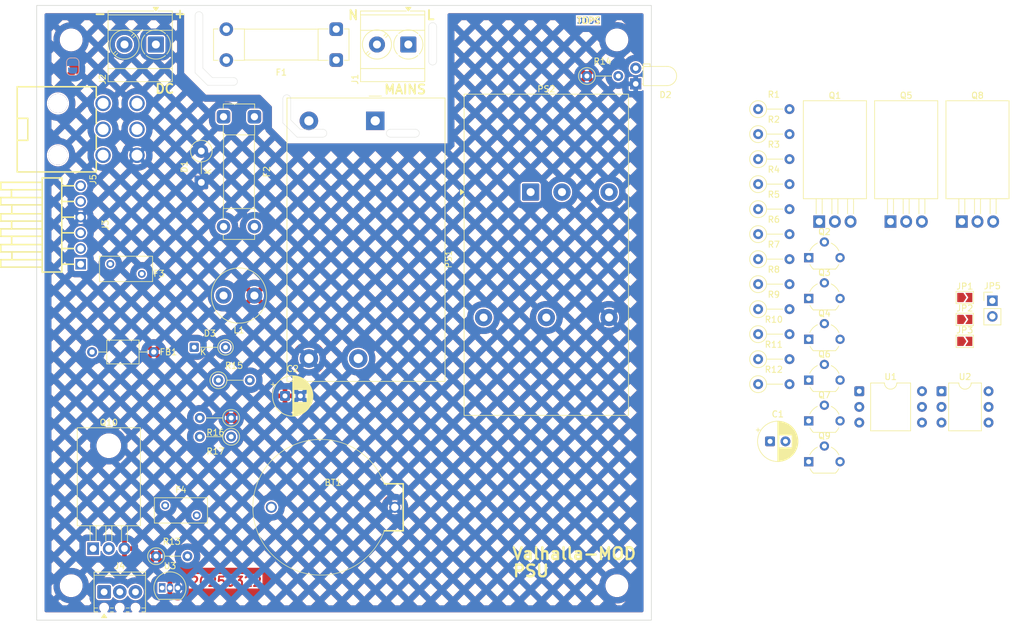
<source format=kicad_pcb>
(kicad_pcb (version 20241229) (generator "pcbnew") (generator_version "9.0")
  (title_block (title "Valhalla MOD PSU") (date "2025-01-06") (rev "1"))
  (layers (0 "F.Cu" signal) (2 "B.Cu" signal) (13 "F.Paste" user) (15 "B.Paste" user) (5 "F.SilkS" user "F.Silkscreen") (7 "B.SilkS" user "B.Silkscreen") (1 "F.Mask" user) (3 "B.Mask" user) (25 "Edge.Cuts" user))
  (net 0 "")
  (net 1 "/DGND")
  (net 2 "Net-(J2-Pin_1)")
  (net 3 "Net-(BT1-+)")
  (net 4 "Net-(D1-A)")
  (net 5 "Net-(D3-A)")
  (net 6 "Net-(JP2-B)")
  (net 7 "Net-(J1-Pin_1)")
  (net 8 "/DVCC")
  (net 9 "Net-(J1-Pin_2)")
  (net 10 "Net-(JP1-A)")
  (net 11 "/~{ILLUMINATION}")
  (net 12 "/AGND")
  (net 13 "/AVCC")
  (net 14 "Net-(D1-K)")
  (net 15 "Net-(F3-Pad1)")
  (net 16 "/LVCC")
  (net 17 "/BVCC")
  (net 18 "Net-(D2-A)")
  (net 19 "Net-(Q10-D)")
  (net 20 "Net-(Q1-G)")
  (net 23 "/BUS_DVCC")
  (net 26 "/PGOOD{slash}~{RESET}")
  (net 27 "/PS_ON{slash}~{OFF}")
  (net 28 "Net-(JP1-B)")
  (net 29 "Net-(JP2-A)")
  (net 30 "Net-(JP3-A)")
  (net 32 "Net-(PS2-Control)")
  (net 33 "Net-(Q2-B)")
  (net 34 "Net-(Q2-C)")
  (net 35 "Net-(Q3-C)")
  (net 36 "Net-(Q3-B)")
  (net 37 "Net-(Q4-B)")
  (net 38 "Net-(Q5-G)")
  (net 39 "Net-(Q7-C)")
  (net 40 "Net-(Q7-B)")
  (net 41 "Net-(Q10-G)")
  (net 42 "Net-(R2-Pad2)")
  (net 43 "Net-(R3-Pad1)")
  (net 44 "Net-(R4-Pad2)")
  (net 45 "Net-(R6-Pad1)")
  (footprint "Jumper:SolderJumper-2_P1.3mm_Open_TrianglePad1.0x1.5mm" (layer "F.Cu") (at 175.728 72.704)
    (property "Reference" "JP1" (at 0 -1.8 0) (layer "F.SilkS"))
    (property "Value" "~{REMOTE}")
    (pad "1" smd custom (at -0.725 0) (size 0.3 0.3) (layers "F.Cu" "F.Mask") (net 10 "Net-(JP1-A)") (options (clearance outline) (anchor rect)) (primitives (gr_poly (pts (xy 1 0) (xy 0.5 0.75) (xy -0.5 0.75) (xy -0.5 -0.75) (xy 0.5 -0.75)) (width 0) (fill yes))))
    (pad "2" smd custom (at 0.725 0) (size 0.3 0.3) (layers "F.Cu" "F.Mask") (net 28 "Net-(JP1-B)") (options (clearance outline) (anchor rect)) (primitives (gr_poly (pts (xy 0.5 0.75) (xy -0.65 0.75) (xy -0.15 0) (xy -0.65 -0.75) (xy 0.5 -0.75)) (width 0) (fill yes))))
  )
  (footprint "PCM_EasyEDA:Molex_KK-254_A-7478-06A_1x06_P2.54mm_Horizontal" (layer "F.Cu") (at 32.5235 60.96 -90)
    (property "Reference" "J3" (at 0 -4 90) (layer "F.SilkS"))
    (property "Value" "BUS")
    (pad "1" thru_hole rect (at 6.35 0 90) (size 1.7 1.7) (drill 1.100023) (layers "*.Cu" "*.Mask"))
    (pad "2" thru_hole circle (at 3.81 0 90) (size 1.7 1.7) (drill 1.100023) (layers "*.Cu" "*.Mask") (net 23 "/BUS_DVCC"))
    (pad "3" thru_hole circle (at 1.27 0 90) (size 1.7 1.7) (drill 1.100023) (layers "*.Cu" "*.Mask"))
    (pad "4" thru_hole circle (at -1.27 0 90) (size 1.7 1.7) (drill 1.100023) (layers "*.Cu" "*.Mask") (net 1 "/DGND"))
    (pad "5" thru_hole circle (at -3.81 0 90) (size 1.7 1.7) (drill 1.100023) (layers "*.Cu" "*.Mask"))
    (pad "6" thru_hole circle (at -6.35 0 90) (size 1.7 1.7) (drill 1.100023) (layers "*.Cu" "*.Mask"))
  )
  (footprint "Package_DIP:DIP-6_W7.62mm" (layer "F.Cu") (at 171.958 87.884)
    (property "Reference" "U2" (at 3.81 -2.33 0) (layer "F.SilkS"))
    (property "Value" "4N35")
    (pad "1" thru_hole roundrect (at 0 0) (size 1.6 1.6) (drill 0.8) (layers "*.Cu" "*.Mask") (roundrect_rratio 0.15625) (net 45 "Net-(R6-Pad1)"))
    (pad "2" thru_hole circle (at 0 2.54) (size 1.6 1.6) (drill 0.8) (layers "*.Cu" "*.Mask") (net 1 "/DGND"))
    (pad "3" thru_hole circle (at 0 5.08) (size 1.6 1.6) (drill 0.8) (layers "*.Cu" "*.Mask"))
    (pad "4" thru_hole circle (at 7.62 5.08) (size 1.6 1.6) (drill 0.8) (layers "*.Cu" "*.Mask") (net 4 "Net-(D1-A)"))
    (pad "5" thru_hole circle (at 7.62 2.54) (size 1.6 1.6) (drill 0.8) (layers "*.Cu" "*.Mask") (net 32 "Net-(PS2-Control)"))
    (pad "6" thru_hole circle (at 7.62 0) (size 1.6 1.6) (drill 0.8) (layers "*.Cu" "*.Mask") (net 44 "Net-(R4-Pad2)"))
  )
  (footprint "Resistor_THT:R_Axial_DIN0207_L6.3mm_D2.5mm_P5.08mm_Vertical" (layer "F.Cu") (at 44.744 114.608)
    (property "Reference" "R13" (at 2.54 -2.37 0) (layer "F.SilkS"))
    (property "Value" "10K")
    (pad "1" thru_hole circle (at 0 0) (size 1.6 1.6) (drill 0.8) (layers "*.Cu" "*.Mask") (net 6 "Net-(JP2-B)"))
    (pad "2" thru_hole circle (at 5.08 0) (size 1.6 1.6) (drill 0.8) (layers "*.Cu" "*.Mask") (net 26 "/PGOOD{slash}~{RESET}"))
  )
  (footprint "Resistor_THT:R_Axial_DIN0207_L6.3mm_D2.5mm_P5.08mm_Vertical" (layer "F.Cu") (at 142.258 82.694)
    (property "Reference" "R11" (at 2.54 -2.37 0) (layer "F.SilkS"))
    (property "Value" "10K")
    (pad "1" thru_hole circle (at 0 0) (size 1.6 1.6) (drill 0.8) (layers "*.Cu" "*.Mask") (net 1 "/DGND"))
    (pad "2" thru_hole circle (at 5.08 0) (size 1.6 1.6) (drill 0.8) (layers "*.Cu" "*.Mask") (net 39 "Net-(Q7-C)"))
  )
  (footprint "MountingHole:MountingHole_3.2mm_M3_ISO7380" (layer "F.Cu") (at 30.988 30.98)
    (property "Reference" "H1" (hide yes))
    (property "Value" "BUS")
    (pad "" np_thru_hole circle (at 0 0) (size 3.2 3.2) (drill 3.2) (layers "*.Cu" "*.Mask"))
  )
  (footprint "Fuse:Fuseholder_Clip-5x20mm_Bel_FC-203-22_Lateral_P17.80x5.00mm_D1.17mm_Horizontal" (layer "F.Cu") (at 73.918 34.242 180)
    (property "Reference" "F1" (at 8.9 -2 180) (layer "F.SilkS"))
    (property "Value" "T2AL 250V")
    (pad "1" thru_hole roundrect (at 0 0 180) (size 2.2 2.2) (drill 1.17) (layers "*.Cu" "*.Mask") (net 9 "Net-(J1-Pin_2)"))
    (pad "1" thru_hole roundrect (at 0 5 180) (size 2.2 2.2) (drill 1.17) (layers "*.Cu" "*.Mask") (net 9 "Net-(J1-Pin_2)"))
    (pad "2" thru_hole circle (at 17.8 0 180) (size 2.2 2.2) (drill 1.17) (layers "*.Cu" "*.Mask") (net 10 "Net-(JP1-A)"))
    (pad "2" thru_hole circle (at 17.8 5 180) (size 2.2 2.2) (drill 1.17) (layers "*.Cu" "*.Mask") (net 10 "Net-(JP1-A)"))
  )
  (footprint "Connector_PinHeader_2.54mm:PinHeader_1x02_P2.54mm_Vertical" (layer "F.Cu") (at 180.198 73.224)
    (property "Reference" "JP5" (at 0 -2.38 0) (layer "F.SilkS"))
    (property "Value" "ILLUMINATION")
    (pad "1" thru_hole rect (at 0 0) (size 1.7 1.7) (drill 1) (layers "*.Cu" "*.Mask") (net 11 "/~{ILLUMINATION}"))
    (pad "2" thru_hole circle (at 0 2.54) (size 1.7 1.7) (drill 1) (layers "*.Cu" "*.Mask") (net 1 "/DGND"))
  )
  (footprint "TerminalBlock_Phoenix:TerminalBlock_Phoenix_MPT-0,5-3-2.54_1x03_P2.54mm_Horizontal" (layer "F.Cu") (at 36.322 120.396)
    (property "Reference" "J4" (at 2.54 -4.22 0) (layer "F.SilkS"))
    (property "Value" "GPIO")
    (pad "" np_thru_hole circle (at 0 2.54) (size 1.1 1.1) (drill 1.1) (layers "*.Cu" "*.Mask"))
    (pad "" np_thru_hole circle (at 2.54 2.54) (size 1.1 1.1) (drill 1.1) (layers "*.Cu" "*.Mask"))
    (pad "" np_thru_hole circle (at 5.08 2.54) (size 1.1 1.1) (drill 1.1) (layers "*.Cu" "*.Mask"))
    (pad "1" thru_hole roundrect (at 0 0) (size 2.2 2.2) (drill 1.1) (layers "*.Cu" "*.Mask") (roundrect_rratio 0.113636) (net 26 "/PGOOD{slash}~{RESET}"))
    (pad "2" thru_hole circle (at 2.54 0) (size 2.2 2.2) (drill 1.1) (layers "*.Cu" "*.Mask") (net 11 "/~{ILLUMINATION}"))
    (pad "3" thru_hole circle (at 5.08 0) (size 2.2 2.2) (drill 1.1) (layers "*.Cu" "*.Mask") (net 27 "/PS_ON{slash}~{OFF}"))
  )
  (footprint "Package_TO_SOT_THT:TO-92_Wide" (layer "F.Cu") (at 150.448 72.864)
    (property "Reference" "Q3" (at 2.55 -4.19 0) (layer "F.SilkS"))
    (property "Value" "2N3906")
    (pad "1" thru_hole rect (at 0 0) (size 1.5 1.5) (drill 0.8) (layers "*.Cu" "*.Mask") (net 23 "/BUS_DVCC"))
    (pad "2" thru_hole circle (at 2.54 -2.54) (size 1.5 1.5) (drill 0.8) (layers "*.Cu" "*.Mask") (net 36 "Net-(Q3-B)"))
    (pad "3" thru_hole circle (at 5.08 0) (size 1.5 1.5) (drill 0.8) (layers "*.Cu" "*.Mask") (net 35 "Net-(Q3-C)"))
  )
  (footprint "Diode_THT:D_DO-41_SOD81_P5.08mm_Vertical_KathodeUp" (layer "F.Cu") (at 52.07 54.065817 90)
    (property "Reference" "D1" (at 2.54 -2.750635 90) (layer "F.SilkS"))
    (property "Value" "36V")
    (fp_text user "K" (at 1.8 1.1 90) (layer "F.SilkS"))
    (pad "1" thru_hole roundrect (at 0 0 90) (size 2.2 2.2) (drill 1.1) (layers "*.Cu" "*.Mask") (roundrect_rratio 0.113636) (net 14 "Net-(D1-K)"))
    (pad "2" thru_hole circle (at 5.08 0 90) (size 2.2 2.2) (drill 1.1) (layers "*.Cu" "*.Mask") (net 4 "Net-(D1-A)"))
  )
  (footprint "Converter_ACDC:Converter_ACDC_MeanWell_IRM-05-xx_THT" (layer "F.Cu") (at 80.24 44.0885 -90)
    (property "Reference" "PS1" (at 22.42 -11.88 90) (layer "F.SilkS"))
    (property "Value" "IRM-05/10-5")
    (pad "1" thru_hole rect (at 0 0 270) (size 3 3) (drill 1.5) (layers "*.Cu" "*.Mask") (net 7 "Net-(J1-Pin_1)"))
    (pad "2" thru_hole circle (at 0 10.75 270) (size 3 3) (drill 1.5) (layers "*.Cu" "*.Mask") (net 28 "Net-(JP1-B)"))
    (pad "3" thru_hole circle (at 38.5 10.75 270) (size 3 3) (drill 1.5) (layers "*.Cu" "*.Mask") (net 1 "/DGND"))
    (pad "4" thru_hole circle (at 38.5 2.75 270) (size 3 3) (drill 1.5) (layers "*.Cu" "*.Mask") (net 29 "Net-(JP2-A)"))
  )
  (footprint "MountingHole:MountingHole_3.2mm_M3_ISO7380" (layer "F.Cu") (at 119.38 119.38)
    (property "Reference" "H4" (hide yes))
    (property "Value" "UI")
    (pad "" np_thru_hole circle (at 0 0) (size 3.2 3.2) (drill 3.2) (layers "*.Cu" "*.Mask"))
  )
  (footprint "Resistor_THT:R_Axial_DIN0207_L6.3mm_D2.5mm_P5.08mm_Vertical" (layer "F.Cu") (at 142.258 70.544)
    (property "Reference" "R8" (at 2.54 -2.37 0) (layer "F.SilkS"))
    (property "Value" "4K7")
    (pad "1" thru_hole circle (at 0 0) (size 1.6 1.6) (drill 0.8) (layers "*.Cu" "*.Mask") (net 36 "Net-(Q3-B)"))
    (pad "2" thru_hole circle (at 5.08 0) (size 1.6 1.6) (drill 0.8) (layers "*.Cu" "*.Mask") (net 27 "/PS_ON{slash}~{OFF}"))
  )
  (footprint "TerminalBlock_Phoenix:TerminalBlock_Phoenix_MKDS-3-2-5.08_1x02_P5.08mm_Horizontal" (layer "F.Cu") (at 44.704 31.7246 180)
    (property "Reference" "J2" (at 8.636 -5.634 90) (layer "F.SilkS"))
    (property "Value" "DC")
    (pad "1" thru_hole roundrect (at 0 0 180) (size 2.6 2.6) (drill 1.3) (layers "*.Cu" "*.Mask") (roundrect_rratio 0.096154) (net 2 "Net-(J2-Pin_1)"))
    (pad "2" thru_hole circle (at 5.08 0 180) (size 2.6 2.6) (drill 1.3) (layers "*.Cu" "*.Mask") (net 4 "Net-(D1-A)"))
  )
  (footprint "Capacitor_THT:CP_Radial_D6.3mm_P2.50mm" (layer "F.Cu") (at 65.619621 88.646)
    (property "Reference" "C2" (at 1.25 -4.4 0) (layer "F.SilkS"))
    (property "Value" "220uF/16V")
    (pad "1" thru_hole roundrect (at 0 0) (size 1.6 1.6) (drill 0.8) (layers "*.Cu" "*.Mask") (roundrect_rratio 0.15625) (net 6 "Net-(JP2-B)"))
    (pad "2" thru_hole circle (at 2.5 0) (size 1.6 1.6) (drill 0.8) (layers "*.Cu" "*.Mask") (net 1 "/DGND"))
  )
  (footprint "Resistor_THT:R_Axial_DIN0207_L6.3mm_D2.5mm_P5.08mm_Vertical" (layer "F.Cu") (at 142.258 66.494)
    (property "Reference" "R7" (at 2.54 -2.37 0) (layer "F.SilkS"))
    (property "Value" "10K")
    (pad "1" thru_hole circle (at 0 0) (size 1.6 1.6) (drill 0.8) (layers "*.Cu" "*.Mask") (net 37 "Net-(Q4-B)"))
    (pad "2" thru_hole circle (at 5.08 0) (size 1.6 1.6) (drill 0.8) (layers "*.Cu" "*.Mask") (net 1 "/DGND"))
  )
  (footprint "Diode_THT:D_DO-34_SOD68_P5.08mm_Vertical_KathodeUp" (layer "F.Cu") (at 50.90867 80.772)
    (property "Reference" "D3" (at 2.54 -2.25566 0) (layer "F.SilkS"))
    (property "Value" "BAT43")
    (fp_text user "K" (at 1.45 0.75 0) (layer "F.SilkS"))
    (pad "1" thru_hole roundrect (at 0 0) (size 1.5 1.5) (drill 0.75) (layers "*.Cu" "*.Mask") (roundrect_rratio 0.166667) (net 17 "/BVCC"))
    (pad "2" thru_hole circle (at 5.08 0) (size 1.5 1.5) (drill 0.75) (layers "*.Cu" "*.Mask") (net 5 "Net-(D3-A)"))
  )
  (footprint "PCM_EasyEDA:CONN-TN_39301060" (layer "F.Cu") (at 38.8995 45.466 -90)
    (property "Reference" "J5" (at 8.128 4.3555 90) (layer "F.SilkS"))
    (property "Value" "POWER")
    (pad "" thru_hole circle (at -4.2 10.05 270) (size 3.1 3.1) (drill 3.1) (layers "*.Cu" "*.Mask"))
    (pad "" thru_hole circle (at 4.2 10.05 270) (size 3.1 3.1) (drill 3.1) (layers "*.Cu" "*.Mask"))
    (pad "1" thru_hole circle (at 4.2 2.75 270) (size 2.5 2.5) (drill 1.799996) (layers "*.Cu" "*.Mask") (net 16 "/LVCC"))
    (pad "2" thru_hole circle (at 0 2.75 270) (size 2.5 2.5) (drill 1.799996) (layers "*.Cu" "*.Mask") (net 8 "/DVCC"))
    (pad "3" thru_hole circle (at -4.2 2.75 270) (size 2.5 2.5) (drill 1.799996) (layers "*.Cu" "*.Mask") (net 13 "/AVCC"))
    (pad "4" thru_hole circle (at 4.2 -2.75 270) (size 2.5 2.5) (drill 1.799996) (layers "*.Cu" "*.Mask") (net 1 "/DGND"))
    (pad "5" thru_hole circle (at 0 -2.75 270) (size 2.5 2.5) (drill 1.799996) (layers "*.Cu" "*.Mask") (net 17 "/BVCC"))
    (pad "6" thru_hole circle (at -4.2 -2.75 270) (size 2.5 2.5) (drill 1.799996) (layers "*.Cu" "*.Mask") (net 12 "/AGND"))
  )
  (footprint "Jumper:SolderJumper-2_P1.3mm_Open_TrianglePad1.0x1.5mm" (layer "F.Cu") (at 175.728 79.804)
    (property "Reference" "JP3" (at 0 -1.8 0) (layer "F.SilkS"))
    (property "Value" "SINGLE")
    (pad "1" smd custom (at -0.725 0) (size 0.3 0.3) (layers "F.Cu" "F.Mask") (net 30 "Net-(JP3-A)") (options (clearance outline) (anchor rect)) (primitives (gr_poly (pts (xy 1 0) (xy 0.5 0.75) (xy -0.5 0.75) (xy -0.5 -0.75) (xy 0.5 -0.75)) (width 0) (fill yes))))
    (pad "2" smd custom (at 0.725 0) (size 0.3 0.3) (layers "F.Cu" "F.Mask") (net 6 "Net-(JP2-B)") (options (clearance outline) (anchor rect)) (primitives (gr_poly (pts (xy 0.5 0.75) (xy -0.65 0.75) (xy -0.15 0) (xy -0.65 -0.75) (xy 0.5 -0.75)) (width 0) (fill yes))))
  )
  (footprint "Package_TO_SOT_THT:TO-92_Inline" (layer "F.Cu") (at 45.72 119.74)
    (property "Reference" "U3" (at 1.27 -3.56 0) (layer "F.SilkS"))
    (property "Value" "MCP111-450E/TO")
    (pad "1" thru_hole rect (at 0 0) (size 1.05 1.5) (drill 0.75) (layers "*.Cu" "*.Mask") (net 26 "/PGOOD{slash}~{RESET}"))
    (pad "2" thru_hole oval (at 1.27 0) (size 1.05 1.5) (drill 0.75) (layers "*.Cu" "*.Mask") (net 6 "Net-(JP2-B)"))
    (pad "3" thru_hole oval (at 2.54 0) (size 1.05 1.5) (drill 0.75) (layers "*.Cu" "*.Mask") (net 1 "/DGND"))
  )
  (footprint "Inductor_THT:L_Radial_D8.7mm_P5.00mm_Fastron_07HCP" (layer "F.Cu") (at 60.666 72.39 180)
    (property "Reference" "L1" (at 2.5 -5.6 180) (layer "F.SilkS"))
    (property "Value" "10uH")
    (pad "1" thru_hole circle (at 0 0 180) (size 2.6 2.6) (drill 1.3) (layers "*.Cu" "*.Mask") (net 6 "Net-(JP2-B)"))
    (pad "2" thru_hole circle (at 5 0 180) (size 2.6 2.6) (drill 1.3) (layers "*.Cu" "*.Mask") (net 15 "Net-(F3-Pad1)"))
  )
  (footprint "Fuse:Fuseholder_Clip-5x20mm_Bel_FC-203-22_Lateral_P17.80x5.00mm_D1.17mm_Horizontal" (layer "F.Cu") (at 60.666 43.424 -90)
    (property "Reference" "F2" (at 8.9 -2 90) (layer "F.SilkS"))
    (property "Value" "T2AL 250V")
    (pad "1" thru_hole roundrect (at 0 0 270) (size 2.2 2.2) (drill 1.17) (layers "*.Cu" "*.Mask") (net 2 "Net-(J2-Pin_1)"))
    (pad "1" thru_hole roundrect (at 0 5 270) (size 2.2 2.2) (drill 1.17) (layers "*.Cu" "*.Mask") (net 2 "Net-(J2-Pin_1)"))
    (pad "2" thru_hole circle (at 17.8 0 270) (size 2.2 2.2) (drill 1.17) (layers "*.Cu" "*.Mask") (net 14 "Net-(D1-K)"))
    (pad "2" thru_hole circle (at 17.8 5 270) (size 2.2 2.2) (drill 1.17) (layers "*.Cu" "*.Mask") (net 14 "Net-(D1-K)"))
  )
  (footprint "Resistor_THT:R_Axial_DIN0207_L6.3mm_D2.5mm_P5.08mm_Vertical" (layer "F.Cu") (at 142.258 46.244)
    (property "Reference" "R2" (at 2.54 -2.37 0) (layer "F.SilkS"))
    (property "Value" "360R")
    (pad "1" thru_hole circle (at 0 0) (size 1.6 1.6) (drill 0.8) (layers "*.Cu" "*.Mask") (net 28 "Net-(JP1-B)"))
    (pad "2" thru_hole circle (at 5.08 0) (size 1.6 1.6) (drill 0.8) (layers "*.Cu" "*.Mask") (net 42 "Net-(R2-Pad2)"))
  )
  (footprint "TerminalBlock_Phoenix:TerminalBlock_Phoenix_MKDS-3-2-5.08_1x02_P5.08mm_Horizontal" (layer "F.Cu") (at 85.598 31.7246 180)
    (property "Reference" "J1" (at 8.636 -5.634 90) (layer "F.SilkS"))
    (property "Value" "MAINS")
    (pad "1" thru_hole roundrect (at 0 0 180) (size 2.6 2.6) (drill 1.3) (layers "*.Cu" "*.Mask") (roundrect_rratio 0.096154) (net 7 "Net-(J1-Pin_1)"))
    (pad "2" thru_hole circle (at 5.08 0 180) (size 2.6 2.6) (drill 1.3) (layers "*.Cu" "*.Mask") (net 9 "Net-(J1-Pin_2)"))
  )
  (footprint "Resistor_THT:R_Axial_DIN0207_L6.3mm_D2.5mm_P5.08mm_Vertical" (layer "F.Cu") (at 142.258 50.294)
    (property "Reference" "R3" (at 2.54 -2.37 0) (layer "F.SilkS"))
    (property "Value" "820R")
    (pad "1" thru_hole circle (at 0 0) (size 1.6 1.6) (drill 0.8) (layers "*.Cu" "*.Mask") (net 43 "Net-(R3-Pad1)"))
    (pad "2" thru_hole circle (at 5.08 0) (size 1.6 1.6) (drill 0.8) (layers "*.Cu" "*.Mask") (net 23 "/BUS_DVCC"))
  )
  (footprint "MountingHole:MountingHole_3.2mm_M3_ISO7380" (layer "F.Cu") (at 119.38 30.98)
    (property "Reference" "H3" (hide yes))
    (property "Value" "UI")
    (pad "" np_thru_hole circle (at 0 0) (size 3.2 3.2) (drill 3.2) (layers "*.Cu" "*.Mask"))
  )
  (footprint "Package_TO_SOT_THT:TO-220-3_Horizontal_TabDown" (layer "F.Cu") (at 163.698 60.404)
    (property "Reference" "Q5" (at 2.54 -20.41 0) (layer "F.SilkS"))
    (property "Value" "SUP90P06-09L")
    (pad "" np_thru_hole circle (at 2.54 -16.66) (size 3.5 3.5) (drill 3.5) (layers "*.Cu" "*.Mask"))
    (pad "1" thru_hole rect (at 0 0) (size 1.905 2) (drill 1.1) (layers "*.Cu" "*.Mask") (net 38 "Net-(Q5-G)"))
    (pad "2" thru_hole oval (at 2.54 0) (size 1.905 2) (drill 1.1) (layers "*.Cu" "*.Mask") (net 6 "Net-(JP2-B)"))
    (pad "3" thru_hole oval (at 5.08 0) (size 1.905 2) (drill 1.1) (layers "*.Cu" "*.Mask") (net 29 "Net-(JP2-A)"))
  )
  (footprint "Resistor_THT:R_Axial_DIN0207_L6.3mm_D2.5mm_P5.08mm_Vertical" (layer "F.Cu") (at 56.896 95.25 180)
    (property "Reference" "R17" (at 2.54 -2.37 180) (layer "F.SilkS"))
    (property "Value" "470R")
    (pad "1" thru_hole circle (at 0 0 180) (size 1.6 1.6) (drill 0.8) (layers "*.Cu" "*.Mask") (net 41 "Net-(Q10-G)"))
    (pad "2" thru_hole circle (at 5.08 0 180) (size 1.6 1.6) (drill 0.8) (layers "*.Cu" "*.Mask") (net 11 "/~{ILLUMINATION}"))
  )
  (footprint "Fuse:Fuse_BelFuse_0ZRE0005FF_L8.3mm_W3.8mm" (layer "F.Cu") (at 46.218 106.388)
    (property "Reference" "F4" (at 2.54 -2.54 0) (layer "F.SilkS"))
    (property "Value" "500mA")
    (pad "1" thru_hole circle (at 0 0) (size 1.27 1.27) (drill 0.71) (layers "*.Cu" "*.Mask") (net 19 "Net-(Q10-D)"))
    (pad "2" thru_hole circle (at 5.1 1.6) (size 1.27 1.27) (drill 0.71) (layers "*.Cu" "*.Mask") (net 16 "/LVCC"))
  )
  (footprint "PCM_EasyEDA:BAT-TH_BS-02-A1AJ010" (layer "F.Cu") (at 73.406 106.68)
    (property "Reference" "BT1" (at 0 -4 0) (layer "F.SilkS"))
    (property "Value" "CR2032")
    (pad "1" thru_hole circle (at -10 0) (size 1.8 1.8) (drill 1.199998) (layers "*.Cu" "*.Mask") (net 3 "Net-(BT1-+)"))
    (pad "2" thru_hole circle (at 10 0) (size 1.8 1.8) (drill 1.199998) (layers "*.Cu" "*.Mask") (net 1 "/DGND"))
  )
  (footprint "MountingHole:MountingHole_3.2mm_M3_ISO7380" (layer "F.Cu") (at 30.988 119.38)
    (property "Reference" "H2" (hide yes))
    (property "Value" "BUS")
    (pad "" np_thru_hole circle (at 0 0) (size 3.2 3.2) (drill 3.2) (layers "*.Cu" "*.Mask"))
  )
  (footprint "Package_TO_SOT_THT:TO-92_Wide" (layer "F.Cu") (at 150.448 79.474)
    (property "Reference" "Q4" (at 2.55 -4.19 0) (layer "F.SilkS"))
    (property "Value" "2N3906")
    (pad "1" thru_hole rect (at 0 0) (size 1.5 1.5) (drill 0.8) (layers "*.Cu" "*.Mask") (net 29 "Net-(JP2-A)"))
    (pad "2" thru_hole circle (at 2.54 -2.54) (size 1.5 1.5) (drill 0.8) (layers "*.Cu" "*.Mask") (net 37 "Net-(Q4-B)"))
    (pad "3" thru_hole circle (at 5.08 0) (size 1.5 1.5) (drill 0.8) (layers "*.Cu" "*.Mask") (net 37 "Net-(Q4-B)"))
  )
  (footprint "Package_TO_SOT_THT:TO-92_Wide" (layer "F.Cu") (at 150.448 66.254)
    (property "Reference" "Q2" (at 2.55 -4.19 0) (layer "F.SilkS"))
    (property "Value" "2N3904")
    (pad "1" thru_hole rect (at 0 0) (size 1.5 1.5) (drill 0.8) (layers "*.Cu" "*.Mask") (net 1 "/DGND"))
    (pad "2" thru_hole circle (at 2.54 -2.54) (size 1.5 1.5) (drill 0.8) (layers "*.Cu" "*.Mask") (net 33 "Net-(Q2-B)"))
    (pad "3" thru_hole circle (at 5.08 0) (size 1.5 1.5) (drill 0.8) (layers "*.Cu" "*.Mask") (net 34 "Net-(Q2-C)"))
  )
  (footprint "Resistor_THT:R_Axial_DIN0207_L6.3mm_D2.5mm_P5.08mm_Vertical" (layer "F.Cu") (at 56.896 92.202 180)
    (property "Reference" "R16" (at 2.54 -2.37 180) (layer "F.SilkS"))
    (property "Value" "10K")
    (pad "1" thru_hole circle (at 0 0 180) (size 1.6 1.6) (drill 0.8) (layers "*.Cu" "*.Mask") (net 6 "Net-(JP2-B)"))
    (pad "2" thru_hole circle (at 5.08 0 180) (size 1.6 1.6) (drill 0.8) (layers "*.Cu" "*.Mask") (net 41 "Net-(Q10-G)"))
  )
  (footprint "Package_TO_SOT_THT:TO-92_Wide" (layer "F.Cu") (at 150.448 99.304)
    (property "Reference" "Q9" (at 2.55 -4.19 0) (layer "F.SilkS"))
    (property "Value" "2N3906")
    (pad "1" thru_hole rect (at 0 0) (size 1.5 1.5) (drill 0.8) (layers "*.Cu" "*.Mask") (net 6 "Net-(JP2-B)"))
    (pad "2" thru_hole circle (at 2.54 -2.54) (size 1.5 1.5) (drill 0.8) (layers "*.Cu" "*.Mask") (net 40 "Net-(Q7-B)"))
    (pad "3" thru_hole circle (at 5.08 0) (size 1.5 1.5) (drill 0.8) (layers "*.Cu" "*.Mask") (net 40 "Net-(Q7-B)"))
  )
  (footprint "Package_TO_SOT_THT:TO-92_Wide" (layer "F.Cu") (at 150.448 86.084)
    (property "Reference" "Q6" (at 2.55 -4.19 0) (layer "F.SilkS"))
    (property "Value" "2N3906")
    (pad "1" thru_hole rect (at 0 0) (size 1.5 1.5) (drill 0.8) (layers "*.Cu" "*.Mask") (net 6 "Net-(JP2-B)"))
    (pad "2" thru_hole circle (at 2.54 -2.54) (size 1.5 1.5) (drill 0.8) (layers "*.Cu" "*.Mask") (net 37 "Net-(Q4-B)"))
    (pad "3" thru_hole circle (at 5.08 0) (size 1.5 1.5) (drill 0.8) (layers "*.Cu" "*.Mask") (net 38 "Net-(Q5-G)"))
  )
  (footprint "Package_TO_SOT_THT:TO-92_Wide" (layer "F.Cu") (at 150.448 92.694)
    (property "Reference" "Q7" (at 2.55 -4.19 0) (layer "F.SilkS"))
    (property "Value" "2N3906")
    (pad "1" thru_hole rect (at 0 0) (size 1.5 1.5) (drill 0.8) (layers "*.Cu" "*.Mask") (net 30 "Net-(JP3-A)"))
    (pad "2" thru_hole circle (at 2.54 -2.54) (size 1.5 1.5) (drill 0.8) (layers "*.Cu" "*.Mask") (net 40 "Net-(Q7-B)"))
    (pad "3" thru_hole circle (at 5.08 0) (size 1.5 1.5) (drill 0.8) (layers "*.Cu" "*.Mask") (net 39 "Net-(Q7-C)"))
  )
  (footprint "Resistor_THT:R_Axial_DIN0207_L6.3mm_D2.5mm_P5.08mm_Vertical" (layer "F.Cu") (at 142.258 62.444)
    (property "Reference" "R6" (at 2.54 -2.37 0) (layer "F.SilkS"))
    (property "Value" "750R")
    (pad "1" thru_hole circle (at 0 0) (size 1.6 1.6) (drill 0.8) (layers "*.Cu" "*.Mask") (net 45 "Net-(R6-Pad1)"))
    (pad "2" thru_hole circle (at 5.08 0) (size 1.6 1.6) (drill 0.8) (layers "*.Cu" "*.Mask") (net 35 "Net-(Q3-C)"))
  )
  (footprint "Resistor_THT:R_Axial_DIN0207_L6.3mm_D2.5mm_P5.08mm_Vertical" (layer "F.Cu") (at 142.258 74.594)
    (property "Reference" "R9" (at 2.54 -2.37 0) (layer "F.SilkS"))
    (property "Value" "10K")
    (pad "1" thru_hole circle (at 0 0) (size 1.6 1.6) (drill 0.8) (layers "*.Cu" "*.Mask") (net 23 "/BUS_DVCC"))
    (pad "2" thru_hole circle (at 5.08 0) (size 1.6 1.6) (drill 0.8) (layers "*.Cu" "*.Mask") (net 27 "/PS_ON{slash}~{OFF}"))
  )
  (footprint "Resistor_THT:R_Axial_DIN0207_L6.3mm_D2.5mm_P5.08mm_Vertical" (layer "F.Cu") (at 142.258 58.394)
    (property "Reference" "R5" (at 2.54 -2.37 0) (layer "F.SilkS"))
    (property "Value" "4K7")
    (pad "1" thru_hole circle (at 0 0) (size 1.6 1.6) (drill 0.8) (layers "*.Cu" "*.Mask") (net 33 "Net-(Q2-B)"))
    (pad "2" thru_hole circle (at 5.08 0) (size 1.6 1.6) (drill 0.8) (layers "*.Cu" "*.Mask") (net 27 "/PS_ON{slash}~{OFF}"))
  )
  (footprint "Resistor_THT:R_Axial_DIN0207_L6.3mm_D2.5mm_P5.08mm_Vertical" (layer "F.Cu") (at 142.258 42.194)
    (property "Reference" "R1" (at 2.54 -2.37 0) (layer "F.SilkS"))
    (property "Value" "360R")
    (pad "1" thru_hole circle (at 0 0) (size 1.6 1.6) (drill 0.8) (layers "*.Cu" "*.Mask") (net 10 "Net-(JP1-A)"))
    (pad "2" thru_hole circle (at 5.08 0) (size 1.6 1.6) (drill 0.8) (layers "*.Cu" "*.Mask") (net 20 "Net-(Q1-G)"))
  )
  (footprint "Package_TO_SOT_THT:TO-220-3_Horizontal_TabDown" (layer "F.Cu") (at 34.544 113.37)
    (property "Reference" "Q10" (at 2.54 -20.41 0) (layer "F.SilkS"))
    (property "Value" "IRF9Z34N")
    (pad "" np_thru_hole circle (at 2.54 -16.66) (size 3.5 3.5) (drill 3.5) (layers "*.Cu" "*.Mask"))
    (pad "1" thru_hole rect (at 0 0) (size 1.905 2) (drill 1.1) (layers "*.Cu" "*.Mask") (net 41 "Net-(Q10-G)"))
    (pad "2" thru_hole oval (at 2.54 0) (size 1.905 2) (drill 1.1) (layers "*.Cu" "*.Mask") (net 19 "Net-(Q10-D)"))
    (pad "3" thru_hole oval (at 5.08 0) (size 1.905 2) (drill 1.1) (layers "*.Cu" "*.Mask") (net 6 "Net-(JP2-B)"))
  )
  (footprint "Jumper:SolderJumper-2_P1.3mm_Open_TrianglePad1.0x1.5mm" (layer "F.Cu") (at 175.728 76.254)
    (property "Reference" "JP2" (at 0 -1.8 0) (layer "F.SilkS"))
    (property "Value" "SINGLE")
    (pad "1" smd custom (at -0.725 0) (size 0.3 0.3) (layers "F.Cu" "F.Mask") (net 29 "Net-(JP2-A)") (options (clearance outline) (anchor rect)) (primitives (gr_poly (pts (xy 1 0) (xy 0.5 0.75) (xy -0.5 0.75) (xy -0.5 -0.75) (xy 0.5 -0.75)) (width 0) (fill yes))))
    (pad "2" smd custom (at 0.725 0) (size 0.3 0.3) (layers "F.Cu" "F.Mask") (net 6 "Net-(JP2-B)") (options (clearance outline) (anchor rect)) (primitives (gr_poly (pts (xy 0.5 0.75) (xy -0.65 0.75) (xy -0.15 0) (xy -0.65 -0.75) (xy 0.5 -0.75)) (width 0) (fill yes))))
  )
  (footprint "Resistor_THT:R_Axial_DIN0207_L6.3mm_D2.5mm_P5.08mm_Vertical" (layer "F.Cu") (at 142.258 78.644)
    (property "Reference" "R10" (at 2.54 -2.37 0) (layer "F.SilkS"))
    (property "Value" "10K")
    (pad "1" thru_hole circle (at 0 0) (size 1.6 1.6) (drill 0.8) (layers "*.Cu" "*.Mask") (net 1 "/DGND"))
    (pad "2" thru_hole circle (at 5.08 0) (size 1.6 1.6) (drill 0.8) (layers "*.Cu" "*.Mask") (net 38 "Net-(Q5-G)"))
  )
  (footprint "Resistor_THT:R_Axial_DIN0207_L6.3mm_D2.5mm_P5.08mm_Vertical" (layer "F.Cu") (at 114.525 36.83)
    (property "Reference" "R14" (at 2.54 -2.37 0) (layer "F.SilkS"))
    (property "Value" "820R")
    (pad "1" thru_hole circle (at 0 0) (size 1.6 1.6) (drill 0.8) (layers "*.Cu" "*.Mask") (net 6 "Net-(JP2-B)"))
    (pad "2" thru_hole circle (at 5.08 0) (size 1.6 1.6) (drill 0.8) (layers "*.Cu" "*.Mask") (net 18 "Net-(D2-A)"))
  )
  (footprint "Resistor_THT:R_Axial_DIN0207_L6.3mm_D2.5mm_P5.08mm_Vertical" (layer "F.Cu") (at 54.835 86.106)
    (property "Reference" "R15" (at 2.54 -2.37 0) (layer "F.SilkS"))
    (property "Value" "200R")
    (pad "1" thru_hole circle (at 0 0) (size 1.6 1.6) (drill 0.8) (layers "*.Cu" "*.Mask") (net 5 "Net-(D3-A)"))
    (pad "2" thru_hole circle (at 5.08 0) (size 1.6 1.6) (drill 0.8) (layers "*.Cu" "*.Mask") (net 3 "Net-(BT1-+)"))
  )
  (footprint "Inductor_THT:L_Axial_L5.0mm_D3.6mm_P10.00mm_Horizontal_Murata_BL01RN1A2A2" (layer "F.Cu") (at 44.37 81.534 180)
    (property "Reference" "FB1" (at -2.366 0 0) (layer "F.SilkS"))
    (property "Value" "2512061217Y0")
    (pad "1" thru_hole circle (at 0 0 180) (size 1.6 1.6) (drill 0.85) (layers "*.Cu" "*.Mask") (net 6 "Net-(JP2-B)"))
    (pad "2" thru_hole oval (at 10 0 180) (size 1.6 1.6) (drill 0.85) (layers "*.Cu" "*.Mask") (net 8 "/DVCC"))
  )
  (footprint "Package_TO_SOT_THT:TO-220-3_Horizontal_TabDown" (layer "F.Cu") (at 152.148 60.404)
    (property "Reference" "Q1" (at 2.54 -20.41 0) (layer "F.SilkS"))
    (property "Value" "BTA08-600CW")
    (pad "" np_thru_hole circle (at 2.54 -16.66) (size 3.5 3.5) (drill 3.5) (layers "*.Cu" "*.Mask"))
    (pad "1" thru_hole rect (at 0 0) (size 1.905 2) (drill 1.1) (layers "*.Cu" "*.Mask") (net 28 "Net-(JP1-B)"))
    (pad "2" thru_hole oval (at 2.54 0) (size 1.905 2) (drill 1.1) (layers "*.Cu" "*.Mask") (net 10 "Net-(JP1-A)"))
    (pad "3" thru_hole oval (at 5.08 0) (size 1.905 2) (drill 1.1) (layers "*.Cu" "*.Mask") (net 20 "Net-(Q1-G)"))
  )
  (footprint "Resistor_THT:R_Axial_DIN0207_L6.3mm_D2.5mm_P5.08mm_Vertical" (layer "F.Cu") (at 142.258 86.744)
    (property "Reference" "R12" (at 2.54 -2.37 0) (layer "F.SilkS"))
    (property "Value" "10K")
    (pad "1" thru_hole circle (at 0 0) (size 1.6 1.6) (drill 0.8) (layers "*.Cu" "*.Mask") (net 40 "Net-(Q7-B)"))
    (pad "2" thru_hole circle (at 5.08 0) (size 1.6 1.6) (drill 0.8) (layers "*.Cu" "*.Mask") (net 1 "/DGND"))
  )
  (footprint "Resistor_THT:R_Axial_DIN0207_L6.3mm_D2.5mm_P5.08mm_Vertical" (layer "F.Cu") (at 142.258 54.344)
    (property "Reference" "R4" (at 2.54 -2.37 0) (layer "F.SilkS"))
    (property "Value" "100K")
    (pad "1" thru_hole circle (at 0 0) (size 1.6 1.6) (drill 0.8) (layers "*.Cu" "*.Mask") (net 4 "Net-(D1-A)"))
    (pad "2" thru_hole circle (at 5.08 0) (size 1.6 1.6) (drill 0.8) (layers "*.Cu" "*.Mask") (net 44 "Net-(R4-Pad2)"))
  )
  (footprint "Capacitor_THT:CP_Radial_D6.3mm_P2.50mm" (layer "F.Cu") (at 144.185621 96.002)
    (property "Reference" "C1" (at 1.25 -4.4 0) (layer "F.SilkS"))
    (property "Value" "220uF/100V")
    (pad "1" thru_hole roundrect (at 0 0) (size 1.6 1.6) (drill 0.8) (layers "*.Cu" "*.Mask") (roundrect_rratio 0.15625) (net 14 "Net-(D1-K)"))
    (pad "2" thru_hole circle (at 2.5 0) (size 1.6 1.6) (drill 0.8) (layers "*.Cu" "*.Mask") (net 4 "Net-(D1-A)"))
  )
  (footprint "LED_THT:LED_D3.0mm_Horizontal_O1.27mm_Z2.0mm" (layer "F.Cu") (at 122.428 38.1 90)
    (property "Reference" "D2" (at -1.778 4.826 180) (layer "F.SilkS"))
    (property "Value" "POWER")
    (pad "1" thru_hole rect (at 0 0 90) (size 1.8 1.8) (drill 0.9) (layers "*.Cu" "*.Mask") (net 1 "/DGND"))
    (pad "2" thru_hole circle (at 2.54 0 90) (size 1.8 1.8) (drill 0.9) (layers "*.Cu" "*.Mask") (net 18 "Net-(D2-A)"))
  )
  (footprint "Package_TO_SOT_THT:TO-220-3_Horizontal_TabDown" (layer "F.Cu") (at 175.248 60.404)
    (property "Reference" "Q8" (at 2.54 -20.41 0) (layer "F.SilkS"))
    (property "Value" "SUP90P06-09L")
    (pad "" np_thru_hole circle (at 2.54 -16.66) (size 3.5 3.5) (drill 3.5) (layers "*.Cu" "*.Mask"))
    (pad "1" thru_hole rect (at 0 0) (size 1.905 2) (drill 1.1) (layers "*.Cu" "*.Mask") (net 39 "Net-(Q7-C)"))
    (pad "2" thru_hole oval (at 2.54 0) (size 1.905 2) (drill 1.1) (layers "*.Cu" "*.Mask") (net 30 "Net-(JP3-A)"))
    (pad "3" thru_hole oval (at 5.08 0) (size 1.905 2) (drill 1.1) (layers "*.Cu" "*.Mask") (net 6 "Net-(JP2-B)"))
  )
  (footprint "Converter_DCDC:Converter_DCDC_MeanWell_NSD10_THT" (layer "F.Cu") (at 105.4085 55.626)
    (property "Reference" "PS2" (at 2.54 -16.69 0) (layer "F.SilkS"))
    (property "Value" "NSD10-12S5")
    (pad "1" thru_hole roundrect (at 0 0) (size 2.8 2.8) (drill 1.3) (layers "*.Cu" "*.Mask") (roundrect_rratio 0.089286) (net 14 "Net-(D1-K)"))
    (pad "2" thru_hole circle (at 5.08 0) (size 2.8 2.8) (drill 1.3) (layers "*.Cu" "*.Mask") (net 4 "Net-(D1-A)"))
    (pad "3" thru_hole circle (at -7.62 20.32) (size 2.8 2.8) (drill 1.3) (layers "*.Cu" "*.Mask") (net 30 "Net-(JP3-A)"))
    (pad "4" thru_hole circle (at 2.54 20.32) (size 2.8 2.8) (drill 1.3) (layers "*.Cu" "*.Mask"))
    (pad "5" thru_hole circle (at 12.7 20.32) (size 2.8 2.8) (drill 1.3) (layers "*.Cu" "*.Mask") (net 1 "/DGND"))
    (pad "6" thru_hole circle (at 12.7 0) (size 2.8 2.8) (drill 1.3) (layers "*.Cu" "*.Mask") (net 32 "Net-(PS2-Control)"))
  )
  (footprint "Package_DIP:DIP-6_W10.16mm" (layer "F.Cu") (at 158.638 87.884)
    (property "Reference" "U1" (at 5.08 -2.33 0) (layer "F.SilkS"))
    (property "Value" "MOC3063M")
    (pad "1" thru_hole roundrect (at 0 0) (size 1.6 1.6) (drill 0.8) (layers "*.Cu" "*.Mask") (roundrect_rratio 0.15625) (net 43 "Net-(R3-Pad1)"))
    (pad "2" thru_hole circle (at 0 2.54) (size 1.6 1.6) (drill 0.8) (layers "*.Cu" "*.Mask") (net 34 "Net-(Q2-C)"))
    (pad "3" thru_hole circle (at 0 5.08) (size 1.6 1.6) (drill 0.8) (layers "*.Cu" "*.Mask"))
    (pad "4" thru_hole circle (at 10.16 5.08) (size 1.6 1.6) (drill 0.8) (layers "*.Cu" "*.Mask") (net 20 "Net-(Q1-G)"))
    (pad "5" thru_hole circle (at 10.16 2.54) (size 1.6 1.6) (drill 0.8) (layers "*.Cu" "*.Mask"))
    (pad "6" thru_hole circle (at 10.16 0) (size 1.6 1.6) (drill 0.8) (layers "*.Cu" "*.Mask") (net 42 "Net-(R2-Pad2)"))
  )
  (footprint "Fuse:Fuse_BelFuse_0ZRE0005FF_L8.3mm_W3.8mm" (layer "F.Cu") (at 42.428 68.872 180)
    (property "Reference" "F3" (at -2.784 0.038 0) (layer "F.SilkS"))
    (property "Value" "100mA")
    (pad "1" thru_hole circle (at 0 0 180) (size 1.27 1.27) (drill 0.71) (layers "*.Cu" "*.Mask") (net 15 "Net-(F3-Pad1)"))
    (pad "2" thru_hole circle (at 5.1 1.6 180) (size 1.27 1.27) (drill 0.71) (layers "*.Cu" "*.Mask") (net 13 "/AVCC"))
  )
  (footprint "Jumper:SolderJumper-2_P1.3mm_Open_RoundedPad1.0x1.5mm" (layer "B.Cu") (at 31.242 35.298 -90)
    (property "Reference" "JP4" (hide yes))
    (property "Value" "AGND_STAR")
    (pad "1" smd custom (at -0.65 0 270) (size 1 0.5) (layers "B.Cu" "B.Mask") (net 1 "/DGND") (options (clearance outline) (anchor rect)) (primitives (gr_circle (center 0 -0.25) (end 0.5 -0.25) (width 0) (fill yes)) (gr_circle (center 0 0.25) (end 0.5 0.25) (width 0) (fill yes)) (gr_poly (pts (xy 0.5 -0.75) (xy 0 -0.75) (xy 0 0.75) (xy 0.5 0.75)) (width 0) (fill yes))))
    (pad "2" smd custom (at 0.65 0 270) (size 1 0.5) (layers "B.Cu" "B.Mask") (net 12 "/AGND") (options (clearance outline) (anchor rect)) (primitives (gr_circle (center 0 -0.25) (end 0.5 -0.25) (width 0) (fill yes)) (gr_circle (center 0 0.25) (end 0.5 0.25) (width 0) (fill yes)) (gr_poly (pts (xy 0 -0.75) (xy -0.5 -0.75) (xy -0.5 0.75) (xy 0 0.75)) (width 0) (fill yes))))
  )
  (gr_line (start 90.17 28.821) (end 90.17 34.417) (stroke (width 0.05)) (layer "Edge.Cuts"))
  (gr_arc (start 57.277 37.076) (mid 57.912 37.711) (end 57.277 38.346) (stroke (width 0.05)) (layer "Edge.Cuts"))
  (gr_line (start 82.677 46.728) (end 86.741 46.728) (stroke (width 0.05)) (layer "Edge.Cuts"))
  (gr_arc (start 86.741 45.458) (mid 87.376 46.093) (end 86.741 46.728) (stroke (width 0.05)) (layer "Edge.Cuts"))
  (gr_line (start 51.054 36.314) (end 53.086 38.346) (stroke (width 0.05)) (layer "Edge.Cuts"))
  (gr_arc (start 88.9 28.821) (mid 89.535 28.186) (end 90.17 28.821) (stroke (width 0.05)) (layer "Edge.Cuts"))
  (gr_line (start 68.072 45.458) (end 66.548 43.934) (stroke (width 0.05)) (layer "Edge.Cuts"))
  (gr_arc (start 65.278 40.505) (mid 65.913 39.87) (end 66.548 40.505) (stroke (width 0.05)) (layer "Edge.Cuts"))
  (gr_rect (start 25.4 25.4) (end 124.968 124.968) (stroke (width 0.1)) (fill no) (layer "Edge.Cuts"))
  (gr_line (start 52.324 35.552) (end 53.848 37.076) (stroke (width 0.05)) (layer "Edge.Cuts"))
  (gr_line (start 65.278 44.442) (end 65.278 40.505) (stroke (width 0.05)) (layer "Edge.Cuts"))
  (gr_line (start 53.086 38.346) (end 57.277 38.346) (stroke (width 0.05)) (layer "Edge.Cuts"))
  (gr_line (start 51.054 27.043) (end 51.054 36.314) (stroke (width 0.05)) (layer "Edge.Cuts"))
  (gr_arc (start 90.17 34.417) (mid 89.535 35.052) (end 88.9 34.417) (stroke (width 0.05)) (layer "Edge.Cuts"))
  (gr_arc (start 82.677 46.728) (mid 82.042 46.093) (end 82.677 45.458) (stroke (width 0.05)) (layer "Edge.Cuts"))
  (gr_arc (start 51.054 27.043) (mid 51.689 26.408) (end 52.324 27.043) (stroke (width 0.05)) (layer "Edge.Cuts"))
  (gr_line (start 82.677 45.458) (end 86.741 45.458) (stroke (width 0.05)) (layer "Edge.Cuts"))
  (gr_line (start 88.9 28.821) (end 88.9 34.417) (stroke (width 0.05)) (layer "Edge.Cuts"))
  (gr_line (start 53.848 37.076) (end 57.277 37.076) (stroke (width 0.05)) (layer "Edge.Cuts"))
  (gr_line (start 67.564 46.728) (end 65.278 44.442) (stroke (width 0.05)) (layer "Edge.Cuts"))
  (gr_line (start 52.324 27.043) (end 52.324 35.552) (stroke (width 0.05)) (layer "Edge.Cuts"))
  (gr_arc (start 71.755 45.458) (mid 72.39 46.093) (end 71.755 46.728) (stroke (width 0.05)) (layer "Edge.Cuts"))
  (gr_line (start 67.564 46.728) (end 71.755 46.728) (stroke (width 0.05)) (layer "Edge.Cuts"))
  (gr_line (start 66.548 43.934) (end 66.548 40.505) (stroke (width 0.05)) (layer "Edge.Cuts"))
  (gr_line (start 68.072 45.458) (end 71.755 45.458) (stroke (width 0.05)) (layer "Edge.Cuts"))
  (gr_text "20250322" (at 50.038 119.634 0) (layer "F.Cu") (effects (font (size 1.524 1.524) (thickness 0.3048) (bold yes)) (justify left bottom)))
  (gr_text "TOPC" (at 112.776 28.448 0) (layer "F.Cu") (effects (font (size 1 1) (thickness 0.2) (bold yes)) (justify left bottom)))
  (gr_text "BOTC" (at 116.84 28.448 0) (layer "B.Cu") (effects (font (size 1 1) (thickness 0.2) (bold yes)) (justify left bottom mirror)))
  (gr_text "DC" (at 44.45 39.7835 0) (layer "F.SilkS") (effects (font (size 1.5 1.5) (thickness 0.3) (bold yes)) (justify left bottom)))
  (gr_text "N" (at 75.692 27.8455 0) (layer "F.SilkS") (effects (font (size 1.5 1.5) (thickness 0.3) (bold yes)) (justify left bottom)))
  (gr_text "PSU" (at 102.362 118.11 0) (layer "F.SilkS") (effects (font (size 1.905 1.905) (thickness 0.381) (bold yes)) (justify left bottom)))
  (gr_text "L" (at 88.392 27.8455 0) (layer "F.SilkS") (effects (font (size 1.5 1.5) (thickness 0.3) (bold yes)) (justify left bottom)))
  (gr_text "+" (at 47.498 27.5915 0) (layer "F.SilkS") (effects (font (size 1.5 1.5) (thickness 0.3) (bold yes)) (justify left bottom)))
  (gr_text "-" (at 34.544 27.5915 0) (layer "F.SilkS") (effects (font (size 1.5 1.5) (thickness 0.3) (bold yes)) (justify left bottom)))
  (gr_text "Valhalla-MOD" (at 102.235 115.316 0) (layer "F.SilkS") (effects (font (size 1.905 1.905) (thickness 0.381) (bold yes)) (justify left bottom)))
  (gr_text "MAINS" (at 81.534 39.878 0) (layer "F.SilkS") (effects (font (size 1.5 1.5) (thickness 0.3) (bold yes)) (justify left bottom)))
  (gr_text "TOPS" (at 112.776 28.448 0) (layer "F.SilkS") (effects (font (size 1 1) (thickness 0.2) (bold yes)) (justify left bottom)))
  (zone (net 6) (net_name "Net-(JP2-B)") (layer "F.Cu") (connect_pads (clearance 0.254)) (min_thickness 0.2032) (fill yes (mode hatch) (thermal_gap 0.254) (thermal_bridge_width 0.762) (smoothing fillet) (radius 0.254) (hatch_thickness 1.016) (hatch_gap 1.524) (hatch_orientation 45) (hatch_border_algorithm hatch_thickness) (hatch_min_hole_area 0.3))
    (polygon (pts (xy 26.67 26.662) (xy 49.276 26.662) (xy 49.276 36.314) (xy 52.832 39.87) (xy 61.595 39.87) (xy 63.5 41.775) (xy 63.5 45.204) (xy 66.04 47.744) (xy 91.948 47.744) (xy 91.948 26.662) (xy 123.698 26.662) (xy 123.698 123.69) (xy 26.67 123.69)))
  )
  (zone (net 1) (net_name "/DGND") (layer "B.Cu") (connect_pads (clearance 0.254)) (min_thickness 0.2032) (fill yes (mode hatch) (thermal_gap 0.254) (thermal_bridge_width 0.762) (smoothing fillet) (radius 0.254) (hatch_thickness 1.016) (hatch_gap 1.524) (hatch_orientation 45) (hatch_border_algorithm hatch_thickness) (hatch_min_hole_area 0.3))
    (polygon (pts (xy 26.67 26.662) (xy 49.276 26.662) (xy 49.276 36.314) (xy 52.832 39.87) (xy 61.595 39.87) (xy 63.5 41.775) (xy 63.5 45.204) (xy 66.04 47.744) (xy 91.948 47.744) (xy 91.948 26.662) (xy 123.698 26.662) (xy 123.698 123.69) (xy 26.67 123.69)))
  )
)
</source>
